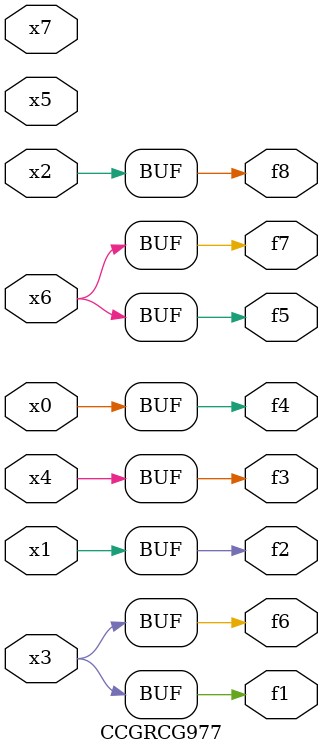
<source format=v>
module CCGRCG977(
	input x0, x1, x2, x3, x4, x5, x6, x7,
	output f1, f2, f3, f4, f5, f6, f7, f8
);
	assign f1 = x3;
	assign f2 = x1;
	assign f3 = x4;
	assign f4 = x0;
	assign f5 = x6;
	assign f6 = x3;
	assign f7 = x6;
	assign f8 = x2;
endmodule

</source>
